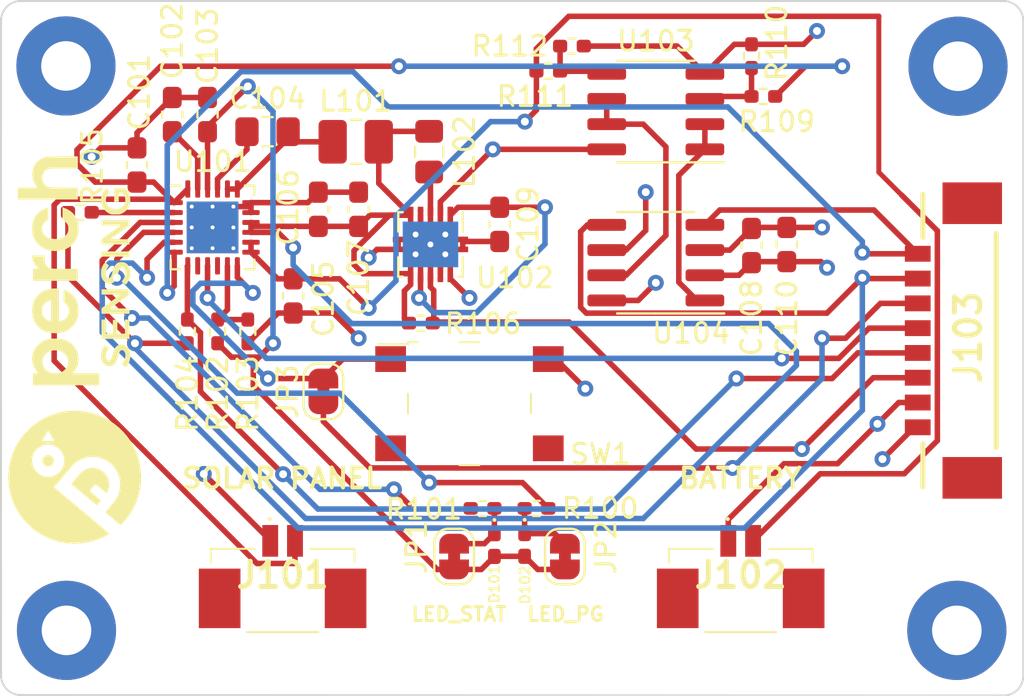
<source format=kicad_pcb>
(kicad_pcb (version 20171130) (host pcbnew "(5.1.10)-1")
  (layers (0 F.Cu signal) (1 GND power hide) (2 5V power hide) (31 B.Cu signal hide) (34 B.Paste user) (35 F.Paste user) (36 B.SilkS user) (37 F.SilkS user) (38 B.Mask user) (39 F.Mask user) (44 Edge.Cuts user))
  (net 0 "")
  (net 1 GND)
  (net 2 V_SOL)
  (net 3 CC_PIMD)
  (net 4 V_REGN)
  (net 5 "Net-(C104-Pad2)")
  (net 6 "Net-(C104-Pad1)")
  (net 7 V_BATT)
  (net 8 CC_PWR_OUT)
  (net 9 +5V)
  (net 10 BOOST_VAUX)
  (net 11 "Net-(D101-Pad1)")
  (net 12 /BOOST_PS)
  (net 13 /~CC_INT)
  (net 14 /~CC_CE)
  (net 15 /~CC_QON)
  (net 16 /CC_SCL)
  (net 17 /CC_SDA)
  (net 18 "Net-(JP3-Pad2)")
  (net 19 "Net-(L102-Pad2)")
  (net 20 /CC_STAT)
  (net 21 /~CC_PG)
  (net 22 /CC_TS)
  (net 23 /CC_PSEL)
  (net 24 "Net-(R109-Pad2)")
  (net 25 "Net-(R111-Pad2)")
  (net 26 "Net-(U101-Pad10)")
  (net 27 "Net-(U101-Pad8)")
  (net 28 /VBatSense)
  (net 29 /VSolSense)
  (net 30 "Net-(D102-Pad1)")
  (module Perch:perch_logo (layer F.Cu) (at 132.3 92.425 90)
    (fp_text reference G*** hide)
    (fp_text value LOGO hide)
  )
  (module MountingHole:MountingHole_2.5mm_Pad (layer F.Cu) (at 131.802 106.688)
    (fp_text reference H104 hide)
    (fp_text value MountingHole_Pad)
    (pad 1 thru_hole circle (at 0 0) (size 5 5) (drill 2.5) (layers *.Cu *.Mask) (net 1 GND))
  )
  (module MountingHole:MountingHole_2.5mm_Pad (layer F.Cu) (at 176.76 78.24)
    (fp_text reference H103 hide)
    (fp_text value MountingHole_Pad)
    (pad 1 thru_hole circle (at 0 0) (size 5 5) (drill 2.5) (layers *.Cu *.Mask) (net 1 GND))
  )
  (module MountingHole:MountingHole_2.5mm_Pad (layer F.Cu) (at 131.775 78.225)
    (fp_text reference H102 hide)
    (fp_text value MountingHole_Pad)
    (pad 1 thru_hole circle (at 0 0) (size 5 5) (drill 2.5) (layers *.Cu *.Mask) (net 1 GND))
  )
  (module MountingHole:MountingHole_2.5mm_Pad (layer F.Cu) (at 176.7 106.688)
    (fp_text reference H101 hide)
    (fp_text value MountingHole_Pad)
    (pad 1 thru_hole circle (at 0 0) (size 5 5) (drill 2.5) (layers *.Cu *.Mask) (net 1 GND))
  )
  (module Package_SO:SOIC-8_3.9x4.9mm_P1.27mm (layer F.Cu) (at 161.52 88.146 180)
    (fp_text reference U104 (at -1.778 -3.556) (layer F.SilkS))
    (fp_text value MCP3422)
    (pad 8 smd roundrect (at 2.475 -1.905 180) (size 1.95 0.6) (layers F.Cu F.Paste F.Mask) (net 1 GND))
    (pad 7 smd roundrect (at 2.475 -0.635 180) (size 1.95 0.6) (layers F.Cu F.Paste F.Mask) (net 28 /VBatSense))
    (pad 6 smd roundrect (at 2.475 0.635 180) (size 1.95 0.6) (layers F.Cu F.Paste F.Mask) (net 1 GND))
    (pad 5 smd roundrect (at 2.475 1.905 180) (size 1.95 0.6) (layers F.Cu F.Paste F.Mask) (net 16 /CC_SCL))
    (pad 4 smd roundrect (at -2.475 1.905 180) (size 1.95 0.6) (layers F.Cu F.Paste F.Mask) (net 17 /CC_SDA))
    (pad 3 smd roundrect (at -2.475 0.635 180) (size 1.95 0.6) (layers F.Cu F.Paste F.Mask) (net 9 +5V))
    (pad 2 smd roundrect (at -2.475 -0.635 180) (size 1.95 0.6) (layers F.Cu F.Paste F.Mask) (net 1 GND))
    (pad 1 smd roundrect (at -2.475 -1.905 180) (size 1.95 0.6) (layers F.Cu F.Paste F.Mask) (net 29 /VSolSense))
  )
  (module Package_SO:SOIC-8_3.9x4.9mm_P1.27mm (layer F.Cu) (at 161.52 80.526 180)
    (fp_text reference U103 (at 0 3.556) (layer F.SilkS))
    (fp_text value LM358)
    (pad 8 smd roundrect (at 2.475 -1.905 180) (size 1.95 0.6) (layers F.Cu F.Paste F.Mask) (net 9 +5V))
    (pad 7 smd roundrect (at 2.475 -0.635 180) (size 1.95 0.6) (layers F.Cu F.Paste F.Mask) (net 28 /VBatSense))
    (pad 6 smd roundrect (at 2.475 0.635 180) (size 1.95 0.6) (layers F.Cu F.Paste F.Mask) (net 28 /VBatSense))
    (pad 5 smd roundrect (at 2.475 1.905 180) (size 1.95 0.6) (layers F.Cu F.Paste F.Mask) (net 25 "Net-(R111-Pad2)"))
    (pad 4 smd roundrect (at -2.475 1.905 180) (size 1.95 0.6) (layers F.Cu F.Paste F.Mask) (net 1 GND))
    (pad 3 smd roundrect (at -2.475 0.635 180) (size 1.95 0.6) (layers F.Cu F.Paste F.Mask) (net 24 "Net-(R109-Pad2)"))
    (pad 2 smd roundrect (at -2.475 -0.635 180) (size 1.95 0.6) (layers F.Cu F.Paste F.Mask) (net 29 /VSolSense))
    (pad 1 smd roundrect (at -2.475 -1.905 180) (size 1.95 0.6) (layers F.Cu F.Paste F.Mask) (net 29 /VSolSense))
  )
  (module Package_SON:Texas_S-PVSON-N10_ThermalVias (layer F.Cu) (at 150.156 87.226 270)
    (fp_text reference U102 (at 1.682 -4.252 180) (layer F.SilkS))
    (fp_text value TPS61202DRC)
    (pad 1 smd oval (at -1.475 -1 270) (size 0.85 0.28) (layers F.Cu F.Paste F.Mask) (net 10 BOOST_VAUX))
    (pad 2 smd oval (at -1.475 -0.5 270) (size 0.85 0.28) (layers F.Cu F.Paste F.Mask) (net 9 +5V))
    (pad 3 smd rect (at -1.76 0 270) (size 0.28 0.28) (layers F.Cu F.Paste F.Mask) (net 19 "Net-(L102-Pad2)"))
    (pad 4 smd oval (at -1.475 0.5 270) (size 0.85 0.28) (layers F.Cu F.Paste F.Mask) (net 1 GND))
    (pad 5 smd rect (at -1.76 1 270) (size 0.28 0.28) (layers F.Cu F.Paste F.Mask) (net 8 CC_PWR_OUT))
    (pad 6 smd oval (at 1.475 1 270) (size 0.85 0.28) (layers F.Cu F.Paste F.Mask) (net 8 CC_PWR_OUT))
    (pad 7 smd oval (at 1.475 0.5 270) (size 0.85 0.28) (layers F.Cu F.Paste F.Mask) (net 10 BOOST_VAUX))
    (pad 8 smd rect (at 1.76 0 270) (size 0.28 0.28) (layers F.Cu F.Paste F.Mask) (net 12 /BOOST_PS))
    (pad 9 smd rect (at 1.76 -0.5 270) (size 0.28 0.28) (layers F.Cu F.Paste F.Mask) (net 1 GND))
    (pad 10 smd rect (at 1.76 -1 270) (size 0.28 0.28) (layers F.Cu F.Paste F.Mask) (net 9 +5V))
    (pad 11 smd rect (at -0.45 -0.635 270) (size 0.68 1.05) (layers F.Cu F.Paste F.Mask) (net 1 GND))
    (pad 11 smd rect (at -0.25 -1.55 270) (size 0.28 0.7) (layers F.Cu F.Mask) (net 1 GND))
    (pad 11 smd rect (at -0.25 -1.63 270) (size 0.26 0.5) (layers F.Cu F.Paste F.Mask) (net 1 GND))
    (pad 11 smd rect (at 0.25 -1.55 270) (size 0.28 0.7) (layers F.Cu F.Mask) (net 1 GND))
    (pad 11 smd rect (at -0.25 1.55 270) (size 0.28 0.7) (layers F.Cu F.Mask) (net 1 GND))
    (pad 11 smd rect (at 0.25 1.55 270) (size 0.28 0.7) (layers F.Cu F.Mask) (net 1 GND))
    (pad 11 smd rect (at 0.25 -1.63 270) (size 0.26 0.5) (layers F.Cu F.Paste F.Mask) (net 1 GND))
    (pad 11 smd rect (at -0.25 1.63 270) (size 0.26 0.5) (layers F.Cu F.Paste F.Mask) (net 1 GND))
    (pad 11 smd rect (at 0.25 1.63 270) (size 0.26 0.5) (layers F.Cu F.Paste F.Mask) (net 1 GND))
    (pad 11 smd rect (at 0.45 -0.635 270) (size 0.68 1.05) (layers F.Cu F.Paste F.Mask) (net 1 GND))
    (pad 11 smd rect (at -0.45 0.635 270) (size 0.68 1.05) (layers F.Cu F.Paste F.Mask) (net 1 GND))
    (pad 11 smd rect (at 0.45 0.635 270) (size 0.68 1.05) (layers F.Cu F.Paste F.Mask) (net 1 GND))
    (pad 11 smd rect (at 0 0 270) (size 1.65 2.4) (layers F.Cu F.Mask) (net 1 GND))
    (pad 1 smd rect (at -1.76 -1 270) (size 0.28 0.28) (layers F.Cu F.Paste F.Mask) (net 10 BOOST_VAUX))
    (pad 2 smd rect (at -1.76 -0.5 270) (size 0.28 0.28) (layers F.Cu F.Paste F.Mask) (net 9 +5V))
    (pad 3 smd oval (at -1.475 0 270) (size 0.85 0.28) (layers F.Cu F.Paste F.Mask) (net 19 "Net-(L102-Pad2)"))
    (pad 4 smd rect (at -1.76 0.5 270) (size 0.28 0.28) (layers F.Cu F.Paste F.Mask) (net 1 GND))
    (pad 5 smd oval (at -1.475 1 270) (size 0.85 0.28) (layers F.Cu F.Paste F.Mask) (net 8 CC_PWR_OUT))
    (pad 6 smd rect (at 1.76 1 270) (size 0.28 0.28) (layers F.Cu F.Paste F.Mask) (net 8 CC_PWR_OUT))
    (pad 7 smd rect (at 1.76 0.5 270) (size 0.28 0.28) (layers F.Cu F.Paste F.Mask) (net 10 BOOST_VAUX))
    (pad 8 smd oval (at 1.475 0 270) (size 0.85 0.28) (layers F.Cu F.Paste F.Mask) (net 12 /BOOST_PS))
    (pad 9 smd oval (at 1.475 -0.5 270) (size 0.85 0.28) (layers F.Cu F.Paste F.Mask) (net 1 GND))
    (pad 10 smd oval (at 1.475 -1 270) (size 0.85 0.28) (layers F.Cu F.Paste F.Mask) (net 9 +5V))
    (pad 11 thru_hole circle (at 0.5 0.75 270) (size 0.6 0.6) (drill 0.3) (layers *.Cu *.Mask) (net 1 GND))
    (pad 11 thru_hole circle (at 0 0 270) (size 0.6 0.6) (drill 0.3) (layers *.Cu *.Mask) (net 1 GND))
    (pad 11 thru_hole circle (at 0.5 -0.75 270) (size 0.6 0.6) (drill 0.3) (layers *.Cu *.Mask) (net 1 GND))
    (pad 11 thru_hole circle (at -0.5 -0.75 270) (size 0.6 0.6) (drill 0.3) (layers *.Cu *.Mask) (net 1 GND))
    (pad 11 thru_hole circle (at -0.5 0.75 270) (size 0.6 0.6) (drill 0.3) (layers *.Cu *.Mask) (net 1 GND))
    (pad 11 smd rect (at 0 0 270) (size 2.3 2.8) (layers B.Cu) (net 1 GND))
  )
  (module Package_DFN_QFN:WQFN-24-1EP_4x4mm_P0.5mm_EP2.6x2.6mm_ThermalVias (layer F.Cu) (at 139.168 86.368)
    (fp_text reference U101 (at 0 -3.32) (layer F.SilkS))
    (fp_text value RT9471GQW)
    (pad 25 smd rect (at 0 0) (size 2.6 2.6) (layers B.Cu) (net 1 GND))
    (pad 25 thru_hole circle (at 1.05 1.05) (size 0.5 0.5) (drill 0.2) (layers *.Cu) (net 1 GND))
    (pad 25 thru_hole circle (at 0 1.05) (size 0.5 0.5) (drill 0.2) (layers *.Cu) (net 1 GND))
    (pad 25 thru_hole circle (at -1.05 1.05) (size 0.5 0.5) (drill 0.2) (layers *.Cu) (net 1 GND))
    (pad 25 thru_hole circle (at 1.05 0) (size 0.5 0.5) (drill 0.2) (layers *.Cu) (net 1 GND))
    (pad 25 thru_hole circle (at 0 0) (size 0.5 0.5) (drill 0.2) (layers *.Cu) (net 1 GND))
    (pad 25 thru_hole circle (at -1.05 0) (size 0.5 0.5) (drill 0.2) (layers *.Cu) (net 1 GND))
    (pad 25 thru_hole circle (at 1.05 -1.05) (size 0.5 0.5) (drill 0.2) (layers *.Cu) (net 1 GND))
    (pad 25 thru_hole circle (at 0 -1.05) (size 0.5 0.5) (drill 0.2) (layers *.Cu) (net 1 GND))
    (pad 25 thru_hole circle (at -1.05 -1.05) (size 0.5 0.5) (drill 0.2) (layers *.Cu) (net 1 GND))
    (pad 25 smd rect (at 0 0) (size 2.6 2.6) (layers F.Cu F.Mask) (net 1 GND))
    (pad 24 smd roundrect (at -1.25 -1.9375) (size 0.25 0.875) (layers F.Cu F.Paste F.Mask) (net 2 V_SOL))
    (pad 23 smd roundrect (at -0.75 -1.9375) (size 0.25 0.875) (layers F.Cu F.Paste F.Mask) (net 3 CC_PIMD))
    (pad 22 smd roundrect (at -0.25 -1.9375) (size 0.25 0.875) (layers F.Cu F.Paste F.Mask) (net 4 V_REGN))
    (pad 21 smd roundrect (at 0.25 -1.9375) (size 0.25 0.875) (layers F.Cu F.Paste F.Mask) (net 6 "Net-(C104-Pad1)"))
    (pad 20 smd roundrect (at 0.75 -1.9375) (size 0.25 0.875) (layers F.Cu F.Paste F.Mask) (net 5 "Net-(C104-Pad2)"))
    (pad 19 smd roundrect (at 1.25 -1.9375) (size 0.25 0.875) (layers F.Cu F.Paste F.Mask) (net 5 "Net-(C104-Pad2)"))
    (pad 18 smd roundrect (at 1.9375 -1.25) (size 0.875 0.25) (layers F.Cu F.Paste F.Mask) (net 1 GND))
    (pad 17 smd roundrect (at 1.9375 -0.75) (size 0.875 0.25) (layers F.Cu F.Paste F.Mask) (net 1 GND))
    (pad 16 smd roundrect (at 1.9375 -0.25) (size 0.875 0.25) (layers F.Cu F.Paste F.Mask) (net 8 CC_PWR_OUT))
    (pad 15 smd roundrect (at 1.9375 0.25) (size 0.875 0.25) (layers F.Cu F.Paste F.Mask) (net 8 CC_PWR_OUT))
    (pad 14 smd roundrect (at 1.9375 0.75) (size 0.875 0.25) (layers F.Cu F.Paste F.Mask) (net 7 V_BATT))
    (pad 13 smd roundrect (at 1.9375 1.25) (size 0.875 0.25) (layers F.Cu F.Paste F.Mask) (net 7 V_BATT))
    (pad 12 smd roundrect (at 1.25 1.9375) (size 0.25 0.875) (layers F.Cu F.Paste F.Mask) (net 18 "Net-(JP3-Pad2)"))
    (pad 11 smd roundrect (at 0.75 1.9375) (size 0.25 0.875) (layers F.Cu F.Paste F.Mask) (net 22 /CC_TS))
    (pad 10 smd roundrect (at 0.25 1.9375) (size 0.25 0.875) (layers F.Cu F.Paste F.Mask) (net 26 "Net-(U101-Pad10)"))
    (pad 9 smd roundrect (at -0.25 1.9375) (size 0.25 0.875) (layers F.Cu F.Paste F.Mask) (net 14 /~CC_CE))
    (pad 8 smd roundrect (at -0.75 1.9375) (size 0.25 0.875) (layers F.Cu F.Paste F.Mask) (net 27 "Net-(U101-Pad8)"))
    (pad 7 smd roundrect (at -1.25 1.9375) (size 0.25 0.875) (layers F.Cu F.Paste F.Mask) (net 13 /~CC_INT))
    (pad 6 smd roundrect (at -1.9375 1.25) (size 0.875 0.25) (layers F.Cu F.Paste F.Mask) (net 17 /CC_SDA))
    (pad 5 smd roundrect (at -1.9375 0.75) (size 0.875 0.25) (layers F.Cu F.Paste F.Mask) (net 16 /CC_SCL))
    (pad 4 smd roundrect (at -1.9375 0.25) (size 0.875 0.25) (layers F.Cu F.Paste F.Mask) (net 20 /CC_STAT))
    (pad 3 smd roundrect (at -1.9375 -0.25) (size 0.875 0.25) (layers F.Cu F.Paste F.Mask) (net 21 /~CC_PG))
    (pad 2 smd roundrect (at -1.9375 -0.75) (size 0.875 0.25) (layers F.Cu F.Paste F.Mask) (net 23 /CC_PSEL))
    (pad 1 smd roundrect (at -1.9375 -1.25) (size 0.875 0.25) (layers F.Cu F.Paste F.Mask) (net 2 V_SOL))
  )
  (module digikey-footprints:Switch_Tactile_SMD_6x6mm_PTS645 (layer F.Cu) (at 152.122 95.258)
    (fp_text reference SW1 (at 6.604 2.54) (layer F.SilkS))
    (fp_text value SW_Push)
    (pad 4 smd rect (at 3.975 2.25) (size 1.55 1.3) (layers F.Cu F.Paste F.Mask))
    (pad 3 smd rect (at -3.975 2.25) (size 1.55 1.3) (layers F.Cu F.Paste F.Mask))
    (pad 2 smd rect (at 3.975 -2.25) (size 1.55 1.3) (layers F.Cu F.Paste F.Mask) (net 1 GND))
    (pad 1 smd rect (at -3.975 -2.25) (size 1.55 1.3) (layers F.Cu F.Paste F.Mask) (net 18 "Net-(JP3-Pad2)"))
  )
  (module Resistor_SMD:R_0402_1005Metric_Pad0.72x0.64mm_HandSolder (layer F.Cu) (at 157.2915 77.224)
    (fp_text reference R112 (at -3.1375 0) (layer F.SilkS))
    (fp_text value 10k)
    (pad 2 smd roundrect (at 0.5975 0) (size 0.715 0.64) (layers F.Cu F.Paste F.Mask) (net 1 GND))
    (pad 1 smd roundrect (at -0.5975 0) (size 0.715 0.64) (layers F.Cu F.Paste F.Mask) (net 25 "Net-(R111-Pad2)"))
  )
  (module Resistor_SMD:R_0402_1005Metric_Pad0.72x0.64mm_HandSolder (layer F.Cu) (at 156.0965 78.494)
    (fp_text reference R111 (at -0.6725 1.27 180) (layer F.SilkS))
    (fp_text value 10k)
    (pad 2 smd roundrect (at 0.5975 0) (size 0.715 0.64) (layers F.Cu F.Paste F.Mask) (net 25 "Net-(R111-Pad2)"))
    (pad 1 smd roundrect (at -0.5975 0) (size 0.715 0.64) (layers F.Cu F.Paste F.Mask) (net 7 V_BATT))
  )
  (module Resistor_SMD:R_0402_1005Metric_Pad0.72x0.64mm_HandSolder (layer F.Cu) (at 166.346 77.732 90)
    (fp_text reference R110 (at 0.6725 1.27 90) (layer F.SilkS))
    (fp_text value 10k)
    (pad 2 smd roundrect (at 0.5975 0 90) (size 0.715 0.64) (layers F.Cu F.Paste F.Mask) (net 1 GND))
    (pad 1 smd roundrect (at -0.5975 0 90) (size 0.715 0.64) (layers F.Cu F.Paste F.Mask) (net 24 "Net-(R109-Pad2)"))
  )
  (module Resistor_SMD:R_0402_1005Metric_Pad0.72x0.64mm_HandSolder (layer F.Cu) (at 166.9435 79.764 180)
    (fp_text reference R109 (at -0.6725 -1.27) (layer F.SilkS))
    (fp_text value 10k)
    (pad 2 smd roundrect (at 0.5975 0 180) (size 0.715 0.64) (layers F.Cu F.Paste F.Mask) (net 24 "Net-(R109-Pad2)"))
    (pad 1 smd roundrect (at -0.5975 0 180) (size 0.715 0.64) (layers F.Cu F.Paste F.Mask) (net 2 V_SOL))
  )
  (module Resistor_SMD:R_0402_1005Metric_Pad0.72x0.64mm_HandSolder (layer F.Cu) (at 149.6715 91.194)
    (fp_text reference R106 (at 3.1375 0.031) (layer F.SilkS))
    (fp_text value 10k)
    (pad 2 smd roundrect (at 0.5975 0) (size 0.715 0.64) (layers F.Cu F.Paste F.Mask) (net 12 /BOOST_PS))
    (pad 1 smd roundrect (at -0.5975 0) (size 0.715 0.64) (layers F.Cu F.Paste F.Mask) (net 8 CC_PWR_OUT))
  )
  (module Resistor_SMD:R_0402_1005Metric_Pad0.72x0.64mm_HandSolder (layer F.Cu) (at 132.4745 85.606)
    (fp_text reference R105 (at 0.6255 -2.306 270) (layer F.SilkS))
    (fp_text value 10k)
    (pad 2 smd roundrect (at 0.5975 0) (size 0.715 0.64) (layers F.Cu F.Paste F.Mask) (net 23 /CC_PSEL))
    (pad 1 smd roundrect (at -0.5975 0) (size 0.715 0.64) (layers F.Cu F.Paste F.Mask) (net 8 CC_PWR_OUT))
  )
  (module Resistor_SMD:R_0402_1005Metric_Pad0.72x0.64mm_HandSolder (layer F.Cu) (at 137.898 91.6125 90)
    (fp_text reference R104 (at -3.1375 0 90) (layer F.SilkS))
    (fp_text value 10k)
    (pad 2 smd roundrect (at 0.5975 0 90) (size 0.715 0.64) (layers F.Cu F.Paste F.Mask) (net 13 /~CC_INT))
    (pad 1 smd roundrect (at -0.5975 0 90) (size 0.715 0.64) (layers F.Cu F.Paste F.Mask) (net 8 CC_PWR_OUT))
  )
  (module Resistor_SMD:R_0402_1005Metric_Pad0.72x0.64mm_HandSolder (layer F.Cu) (at 140.946 91.6125 270)
    (fp_text reference R103 (at 3.1375 0 90) (layer F.SilkS))
    (fp_text value 10k)
    (pad 2 smd roundrect (at 0.5975 0 270) (size 0.715 0.64) (layers F.Cu F.Paste F.Mask) (net 1 GND))
    (pad 1 smd roundrect (at -0.5975 0 270) (size 0.715 0.64) (layers F.Cu F.Paste F.Mask) (net 22 /CC_TS))
  )
  (module Resistor_SMD:R_0402_1005Metric_Pad0.72x0.64mm_HandSolder (layer F.Cu) (at 139.422 91.6125 90)
    (fp_text reference R102 (at -3.1375 0 90) (layer F.SilkS))
    (fp_text value 10k)
    (pad 2 smd roundrect (at 0.5975 0 90) (size 0.715 0.64) (layers F.Cu F.Paste F.Mask) (net 22 /CC_TS))
    (pad 1 smd roundrect (at -0.5975 0 90) (size 0.715 0.64) (layers F.Cu F.Paste F.Mask) (net 4 V_REGN))
  )
  (module Resistor_SMD:R_0402_1005Metric_Pad0.72x0.64mm_HandSolder (layer F.Cu) (at 152.7825 100.538 180)
    (fp_text reference R101 (at 2.9575 -0.037 180) (layer F.SilkS))
    (fp_text value 2.2k)
    (pad 2 smd roundrect (at 0.5975 0 180) (size 0.715 0.64) (layers F.Cu F.Paste F.Mask) (net 21 /~CC_PG))
    (pad 1 smd roundrect (at -0.5975 0 180) (size 0.715 0.64) (layers F.Cu F.Paste F.Mask) (net 11 "Net-(D101-Pad1)"))
  )
  (module Resistor_SMD:R_0402_1005Metric_Pad0.72x0.64mm_HandSolder (layer F.Cu) (at 155.5015 100.538)
    (fp_text reference R100 (at 3.2125 0 180) (layer F.SilkS))
    (fp_text value 2.2k)
    (pad 2 smd roundrect (at 0.5975 0) (size 0.715 0.64) (layers F.Cu F.Paste F.Mask) (net 20 /CC_STAT))
    (pad 1 smd roundrect (at -0.5975 0) (size 0.715 0.64) (layers F.Cu F.Paste F.Mask) (net 30 "Net-(D102-Pad1)"))
  )
  (module Inductor_SMD:L_0805_2012Metric_Pad1.15x1.40mm_HandSolder (layer F.Cu) (at 150.09 82.549 270)
    (fp_text reference L102 (at 0.009 -1.778 270) (layer F.SilkS))
    (fp_text value 2.2uH)
    (pad 2 smd roundrect (at 1.025 0 270) (size 1.15 1.4) (layers F.Cu F.Paste F.Mask) (roundrect_rratio 0.217391) (net 19 "Net-(L102-Pad2)"))
    (pad 1 smd roundrect (at -1.025 0 270) (size 1.15 1.4) (layers F.Cu F.Paste F.Mask) (roundrect_rratio 0.217391) (net 8 CC_PWR_OUT))
  )
  (module Inductor_SMD:L_1008_2520Metric_Pad1.43x2.20mm_HandSolder (layer F.Cu) (at 146.3875 82.05)
    (fp_text reference L101 (at 0 -2.05) (layer F.SilkS))
    (fp_text value 1uH)
    (pad 2 smd roundrect (at 1.1625 0) (size 1.425 2.2) (layers F.Cu F.Paste F.Mask) (roundrect_rratio 0.175439) (net 8 CC_PWR_OUT))
    (pad 1 smd roundrect (at -1.1625 0) (size 1.425 2.2) (layers F.Cu F.Paste F.Mask) (roundrect_rratio 0.175439) (net 5 "Net-(C104-Pad2)"))
  )
  (module Jumper:SolderJumper-2_P1.3mm_Bridged_RoundedPad1.0x1.5mm (layer F.Cu) (at 144.756 94.638 90)
    (fp_text reference JP3 (at 0 -1.8 90) (layer F.SilkS))
    (fp_text value SolderJumper_2_Bridged)
    (fp_poly (pts (xy 0.25 -0.3) (xy -0.25 -0.3) (xy -0.25 0.3) (xy 0.25 0.3)) (layer F.Cu) (width 0))
    (pad 1 smd custom (at -0.65 0 90) (size 1 0.5) (layers F.Cu F.Mask) (net 15 /~CC_QON) (options (clearance outline) (anchor rect)) (primitives (gr_circle (center 0 0.25) (end 0.5 0.25) (width 0)) (gr_circle (center 0 -0.25) (end 0.5 -0.25) (width 0)) (gr_poly (pts (xy 0 -0.75) (xy 0.5 -0.75) (xy 0.5 0.75) (xy 0 0.75)) (width 0))))
    (pad 2 smd custom (at 0.65 0 90) (size 1 0.5) (layers F.Cu F.Mask) (net 18 "Net-(JP3-Pad2)") (options (clearance outline) (anchor rect)) (primitives (gr_circle (center 0 0.25) (end 0.5 0.25) (width 0)) (gr_circle (center 0 -0.25) (end 0.5 -0.25) (width 0)) (gr_poly (pts (xy 0 -0.75) (xy -0.5 -0.75) (xy -0.5 0.75) (xy 0 0.75)) (width 0))))
  )
  (module Jumper:SolderJumper-2_P1.3mm_Bridged_RoundedPad1.0x1.5mm (layer F.Cu) (at 156.936 102.966 90)
    (fp_text reference JP2 (at 0.466 2.064 270) (layer F.SilkS))
    (fp_text value SolderJumper_2_Bridged)
    (fp_poly (pts (xy 0.25 -0.3) (xy -0.25 -0.3) (xy -0.25 0.3) (xy 0.25 0.3)) (layer F.Cu) (width 0))
    (pad 1 smd custom (at -0.65 0 90) (size 1 0.5) (layers F.Cu F.Mask) (net 4 V_REGN) (options (clearance outline) (anchor rect)) (primitives (gr_circle (center 0 0.25) (end 0.5 0.25) (width 0)) (gr_circle (center 0 -0.25) (end 0.5 -0.25) (width 0)) (gr_poly (pts (xy 0 -0.75) (xy 0.5 -0.75) (xy 0.5 0.75) (xy 0 0.75)) (width 0))))
    (pad 2 smd custom (at 0.65 0 90) (size 1 0.5) (layers F.Cu F.Mask) (net 30 "Net-(D102-Pad1)") (options (clearance outline) (anchor rect)) (primitives (gr_circle (center 0 0.25) (end 0.5 0.25) (width 0)) (gr_circle (center 0 -0.25) (end 0.5 -0.25) (width 0)) (gr_poly (pts (xy 0 -0.75) (xy -0.5 -0.75) (xy -0.5 0.75) (xy 0 0.75)) (width 0))))
  )
  (module Jumper:SolderJumper-2_P1.3mm_Bridged_RoundedPad1.0x1.5mm (layer F.Cu) (at 151.348 102.966 90)
    (fp_text reference JP1 (at 0.466 -1.898 90) (layer F.SilkS))
    (fp_text value SolderJumper_2_Bridged)
    (fp_poly (pts (xy 0.25 -0.3) (xy -0.25 -0.3) (xy -0.25 0.3) (xy 0.25 0.3)) (layer F.Cu) (width 0))
    (pad 1 smd custom (at -0.65 0 90) (size 1 0.5) (layers F.Cu F.Mask) (net 4 V_REGN) (options (clearance outline) (anchor rect)) (primitives (gr_circle (center 0 0.25) (end 0.5 0.25) (width 0)) (gr_circle (center 0 -0.25) (end 0.5 -0.25) (width 0)) (gr_poly (pts (xy 0 -0.75) (xy 0.5 -0.75) (xy 0.5 0.75) (xy 0 0.75)) (width 0))))
    (pad 2 smd custom (at 0.65 0 90) (size 1 0.5) (layers F.Cu F.Mask) (net 11 "Net-(D101-Pad1)") (options (clearance outline) (anchor rect)) (primitives (gr_circle (center 0 0.25) (end 0.5 0.25) (width 0)) (gr_circle (center 0 -0.25) (end 0.5 -0.25) (width 0)) (gr_poly (pts (xy 0 -0.75) (xy -0.5 -0.75) (xy -0.5 0.75) (xy 0 0.75)) (width 0))))
  )
  (module Perch:53398-0871_Molex (layer F.Cu) (at 174.986 92.073 90)
    (fp_text reference J103 (at 0.152 2.287 90) (layer F.SilkS) (effects (font (size 1.27 1.27) (thickness 0.254))))
    (fp_text value 53398-0871 hide)
    (pad 1 smd rect (at -4.375 -0.258 90) (size 0.8 1.3) (layers F.Cu F.Paste F.Mask) (net 9 +5V))
    (pad 2 smd rect (at -3.125 -0.258 90) (size 0.8 1.3) (layers F.Cu F.Paste F.Mask) (net 1 GND))
    (pad 3 smd rect (at -1.875 -0.258 90) (size 0.8 1.3) (layers F.Cu F.Paste F.Mask) (net 12 /BOOST_PS))
    (pad 4 smd rect (at -0.625 -0.258 90) (size 0.8 1.3) (layers F.Cu F.Paste F.Mask) (net 13 /~CC_INT))
    (pad 5 smd rect (at 0.625 -0.258 90) (size 0.8 1.3) (layers F.Cu F.Paste F.Mask) (net 14 /~CC_CE))
    (pad 6 smd rect (at 1.875 -0.258 90) (size 0.8 1.3) (layers F.Cu F.Paste F.Mask) (net 15 /~CC_QON))
    (pad 7 smd rect (at 3.125 -0.258 90) (size 0.8 1.3) (layers F.Cu F.Paste F.Mask) (net 16 /CC_SCL))
    (pad 8 smd rect (at 4.375 -0.258 90) (size 0.8 1.3) (layers F.Cu F.Paste F.Mask) (net 17 /CC_SDA))
    (pad 9 smd rect (at -6.925 2.492 90) (size 2.1 3) (layers F.Cu F.Paste F.Mask))
    (pad 10 smd rect (at 6.925 2.492 90) (size 2.1 3) (layers F.Cu F.Paste F.Mask))
  )
  (module Perch:532610271_Molex (layer F.Cu) (at 165.8 104.475 180)
    (fp_text reference J102 (at 0 0.575) (layer F.SilkS) (effects (font (size 1.27 1.27) (thickness 0.254))))
    (fp_text value 533980271_Molex hide)
    (pad 1 smd rect (at 0.625 2.3 180) (size 0.8 1.6) (layers F.Cu F.Paste F.Mask) (net 1 GND))
    (pad 2 smd rect (at -0.625 2.3 180) (size 0.8 1.6) (layers F.Cu F.Paste F.Mask) (net 7 V_BATT))
    (pad MP1 smd rect (at 3.175 -0.6 180) (size 2.1 3) (layers F.Cu F.Paste F.Mask))
    (pad MP2 smd rect (at -3.175 -0.6 180) (size 2.1 3) (layers F.Cu F.Paste F.Mask))
  )
  (module Perch:532610271_Molex (layer F.Cu) (at 142.7 104.475 180)
    (fp_text reference J101 (at 0 0.575) (layer F.SilkS) (effects (font (size 1.27 1.27) (thickness 0.254))))
    (fp_text value 533980271_Molex hide)
    (pad 1 smd rect (at 0.625 2.3 180) (size 0.8 1.6) (layers F.Cu F.Paste F.Mask) (net 1 GND))
    (pad 2 smd rect (at -0.625 2.3 180) (size 0.8 1.6) (layers F.Cu F.Paste F.Mask) (net 2 V_SOL))
    (pad MP1 smd rect (at 3.175 -0.6 180) (size 2.1 3) (layers F.Cu F.Paste F.Mask))
    (pad MP2 smd rect (at -3.175 -0.6 180) (size 2.1 3) (layers F.Cu F.Paste F.Mask))
  )
  (module LED_SMD:LED_0402_1005Metric_Pad0.77x0.64mm_HandSolder (layer F.Cu) (at 153.38 102.386 270)
    (fp_text reference D101 (at 1.964 0.005 270) (layer F.SilkS) (effects (font (size 0.5 0.5) (thickness 0.1))))
    (fp_text value LED_Red)
    (pad 2 smd roundrect (at 0.5725 0 270) (size 0.765 0.64) (layers F.Cu F.Paste F.Mask) (net 4 V_REGN))
    (pad 1 smd roundrect (at -0.5725 0 270) (size 0.765 0.64) (layers F.Cu F.Paste F.Mask) (net 11 "Net-(D101-Pad1)"))
  )
  (module LED_SMD:LED_0402_1005Metric_Pad0.77x0.64mm_HandSolder (layer F.Cu) (at 154.904 102.3805 270)
    (fp_text reference D102 (at 2.0195 -0.021 270) (layer F.SilkS) (effects (font (size 0.5 0.5) (thickness 0.1))))
    (fp_text value LED_Green)
    (pad 2 smd roundrect (at 0.5725 0 270) (size 0.765 0.64) (layers F.Cu F.Paste F.Mask) (net 4 V_REGN))
    (pad 1 smd roundrect (at -0.5725 0 270) (size 0.765 0.64) (layers F.Cu F.Paste F.Mask) (net 30 "Net-(D102-Pad1)"))
  )
  (module Capacitor_SMD:C_0603_1608Metric_Pad1.08x0.95mm_HandSolder (layer F.Cu) (at 168.124 87.2305 270)
    (fp_text reference C110 (at 3.7095 0 90) (layer F.SilkS))
    (fp_text value 0.1uF)
    (pad 2 smd roundrect (at 0.8625 0 270) (size 1.075 0.95) (layers F.Cu F.Paste F.Mask) (net 1 GND))
    (pad 1 smd roundrect (at -0.8625 0 270) (size 1.075 0.95) (layers F.Cu F.Paste F.Mask) (net 9 +5V))
  )
  (module Capacitor_SMD:C_0603_1608Metric_Pad1.08x0.95mm_HandSolder (layer F.Cu) (at 153.646 86.2145 270)
    (fp_text reference C109 (at 0 -1.43 90) (layer F.SilkS))
    (fp_text value 0.1uF)
    (pad 2 smd roundrect (at 0.8625 0 270) (size 1.075 0.95) (layers F.Cu F.Paste F.Mask) (net 1 GND))
    (pad 1 smd roundrect (at -0.8625 0 270) (size 1.075 0.95) (layers F.Cu F.Paste F.Mask) (net 10 BOOST_VAUX))
  )
  (module Capacitor_SMD:C_0603_1608Metric_Pad1.08x0.95mm_HandSolder (layer F.Cu) (at 166.346 87.2835 270)
    (fp_text reference C108 (at 3.6565 0 90) (layer F.SilkS))
    (fp_text value 10uF)
    (pad 2 smd roundrect (at 0.8625 0 270) (size 1.075 0.95) (layers F.Cu F.Paste F.Mask) (net 1 GND))
    (pad 1 smd roundrect (at -0.8625 0 270) (size 1.075 0.95) (layers F.Cu F.Paste F.Mask) (net 9 +5V))
  )
  (module Capacitor_SMD:C_0603_1608Metric_Pad1.08x0.95mm_HandSolder (layer F.Cu) (at 146.534 85.4525 90)
    (fp_text reference C107 (at -3.4555 0 270) (layer F.SilkS))
    (fp_text value 10uF)
    (pad 2 smd roundrect (at 0.8625 0 90) (size 1.075 0.95) (layers F.Cu F.Paste F.Mask) (net 1 GND))
    (pad 1 smd roundrect (at -0.8625 0 90) (size 1.075 0.95) (layers F.Cu F.Paste F.Mask) (net 8 CC_PWR_OUT))
  )
  (module Capacitor_SMD:C_0603_1608Metric_Pad1.08x0.95mm_HandSolder (layer F.Cu) (at 144.502 85.4525 90)
    (fp_text reference C106 (at 0.1005 -1.524 270) (layer F.SilkS))
    (fp_text value 10uF)
    (pad 2 smd roundrect (at 0.8625 0 90) (size 1.075 0.95) (layers F.Cu F.Paste F.Mask) (net 1 GND))
    (pad 1 smd roundrect (at -0.8625 0 90) (size 1.075 0.95) (layers F.Cu F.Paste F.Mask) (net 8 CC_PWR_OUT))
  )
  (module Capacitor_SMD:C_0603_1608Metric_Pad1.08x0.95mm_HandSolder (layer F.Cu) (at 143.232 89.8235 270)
    (fp_text reference C105 (at 0.1535 -1.524 90) (layer F.SilkS))
    (fp_text value 10uF)
    (pad 2 smd roundrect (at 0.8625 0 270) (size 1.075 0.95) (layers F.Cu F.Paste F.Mask) (net 1 GND))
    (pad 1 smd roundrect (at -0.8625 0 270) (size 1.075 0.95) (layers F.Cu F.Paste F.Mask) (net 7 V_BATT))
  )
  (module Capacitor_SMD:C_0805_2012Metric_Pad1.18x1.45mm_HandSolder (layer F.Cu) (at 141.9405 81.542)
    (fp_text reference C104 (at 0 -1.68) (layer F.SilkS))
    (fp_text value 47nF)
    (pad 2 smd roundrect (at 1.0375 0) (size 1.175 1.45) (layers F.Cu F.Paste F.Mask) (roundrect_rratio 0.212766) (net 5 "Net-(C104-Pad2)"))
    (pad 1 smd roundrect (at -1.0375 0) (size 1.175 1.45) (layers F.Cu F.Paste F.Mask) (roundrect_rratio 0.212766) (net 6 "Net-(C104-Pad1)"))
  )
  (module Capacitor_SMD:C_0603_1608Metric_Pad1.08x0.95mm_HandSolder (layer F.Cu) (at 138.914 80.6795 90)
    (fp_text reference C103 (at 3.4555 0 90) (layer F.SilkS))
    (fp_text value 4.7uF)
    (pad 2 smd roundrect (at 0.8625 0 90) (size 1.075 0.95) (layers F.Cu F.Paste F.Mask) (net 1 GND))
    (pad 1 smd roundrect (at -0.8625 0 90) (size 1.075 0.95) (layers F.Cu F.Paste F.Mask) (net 4 V_REGN))
  )
  (module Capacitor_SMD:C_0603_1608Metric_Pad1.08x0.95mm_HandSolder (layer F.Cu) (at 137.136 80.6795 90)
    (fp_text reference C102 (at 3.7095 0 90) (layer F.SilkS))
    (fp_text value 10uF)
    (pad 2 smd roundrect (at 0.8625 0 90) (size 1.075 0.95) (layers F.Cu F.Paste F.Mask) (net 1 GND))
    (pad 1 smd roundrect (at -0.8625 0 90) (size 1.075 0.95) (layers F.Cu F.Paste F.Mask) (net 3 CC_PIMD))
  )
  (module Capacitor_SMD:C_0603_1608Metric_Pad1.08x0.95mm_HandSolder (layer F.Cu) (at 135.358 83.2195 90)
    (fp_text reference C101 (at 3.6695 0.117 90) (layer F.SilkS))
    (fp_text value 1uF)
    (pad 2 smd roundrect (at 0.8625 0 90) (size 1.075 0.95) (layers F.Cu F.Paste F.Mask) (net 1 GND))
    (pad 1 smd roundrect (at -0.8625 0 90) (size 1.075 0.95) (layers F.Cu F.Paste F.Mask) (net 2 V_SOL))
  )
  (gr_text "LED_PG\n" (at 156.975 105.875) (layer F.SilkS) (effects (font (size 0.7 0.7))))
  (gr_text LED_STAT (at 151.6 105.875) (layer F.SilkS) (effects (font (size 0.7 0.7))))
  (gr_text "BATTERY\n" (at 165.775 99.025) (layer F.SilkS) (effects (font (size 1 1) (thickness 0.2))))
  (gr_text "SOLAR PANEL" (at 142.675 99.025) (layer F.SilkS) (effects (font (size 1 1) (thickness 0.2))))
  (gr_arc (start 129.5 108.95) (end 128.5 108.95) (angle -90) (layer Edge.Cuts) (width 0.1))
  (gr_arc (start 129.5 75.95) (end 129.45 74.95) (angle -87.13759477) (layer Edge.Cuts) (width 0.1))
  (gr_arc (start 179.05 108.975) (end 179.05 109.975) (angle -88.56790382) (layer Edge.Cuts) (width 0.1))
  (gr_arc (start 179.05 75.95) (end 180.05 75.95) (angle -88.56791527) (layer Edge.Cuts) (width 0.1))
  (gr_line (start 180.05 75.95) (end 180.05 109) (layer Edge.Cuts) (width 0.1))
  (gr_line (start 129.45 74.95) (end 179.075 74.95) (layer Edge.Cuts) (width 0.1))
  (gr_line (start 128.5 108.95) (end 128.498751 75.95) (layer Edge.Cuts) (width 0.1))
  (gr_line (start 179.05 109.975) (end 129.5 109.95) (layer Edge.Cuts) (width 0.1))
  (segment (start 174.728 95.198) (end 173.772 95.198) (width 0.2794) (layer F.Cu) (net 1))
  (via (at 172.696 96.274) (size 0.8) (drill 0.4) (layers F.Cu B.Cu) (net 1))
  (segment (start 173.772 95.198) (end 172.696 96.274) (width 0.2794) (layer F.Cu) (net 1))
  (via (at 157.964 94.496) (size 0.8) (drill 0.4) (layers F.Cu B.Cu) (net 1))
  (segment (start 156.476 93.008) (end 157.964 94.496) (width 0.2794) (layer F.Cu) (net 1))
  (segment (start 156.097 93.008) (end 156.476 93.008) (width 0.2794) (layer F.Cu) (net 1))
  (segment (start 166.399 88.093) (end 166.346 88.146) (width 0.2794) (layer F.Cu) (net 1))
  (segment (start 168.124 88.093) (end 166.399 88.093) (width 0.2794) (layer F.Cu) (net 1))
  (segment (start 165.711 88.781) (end 163.995 88.781) (width 0.2794) (layer F.Cu) (net 1))
  (segment (start 166.346 88.146) (end 165.711 88.781) (width 0.2794) (layer F.Cu) (net 1))
  (segment (start 165.4815 77.1345) (end 163.995 78.621) (width 0.2794) (layer F.Cu) (net 1))
  (segment (start 166.346 77.1345) (end 165.4815 77.1345) (width 0.2794) (layer F.Cu) (net 1))
  (segment (start 162.598 77.224) (end 163.995 78.621) (width 0.2794) (layer F.Cu) (net 1))
  (segment (start 157.889 77.224) (end 162.598 77.224) (width 0.2794) (layer F.Cu) (net 1))
  (segment (start 146.534 84.59) (end 144.502 84.59) (width 0.2794) (layer F.Cu) (net 1))
  (segment (start 148.526 86.976) (end 148.526 87.476) (width 0.2794) (layer F.Cu) (net 1))
  (segment (start 151.887 87.077) (end 151.786 86.976) (width 0.2794) (layer F.Cu) (net 1))
  (segment (start 153.646 87.077) (end 151.887 87.077) (width 0.2794) (layer F.Cu) (net 1))
  (segment (start 151.786 86.976) (end 151.786 87.476) (width 0.2794) (layer F.Cu) (net 1))
  (segment (start 163.597444 88.781) (end 163.995 88.781) (width 0.2794) (layer F.Cu) (net 1))
  (segment (start 142.47 90.686) (end 140.946 92.21) (width 0.2794) (layer F.Cu) (net 1))
  (segment (start 143.232 90.686) (end 142.47 90.686) (width 0.2794) (layer F.Cu) (net 1))
  (segment (start 138.914 79.817) (end 137.136 79.817) (width 0.2794) (layer F.Cu) (net 1))
  (segment (start 135.358 81.595) (end 137.136 79.817) (width 0.2794) (layer F.Cu) (net 1))
  (segment (start 135.358 82.357) (end 135.358 81.595) (width 0.2794) (layer F.Cu) (net 1))
  (via (at 133.072 82.812) (size 0.8) (drill 0.4) (layers F.Cu B.Cu) (net 1))
  (segment (start 133.527 82.357) (end 133.072 82.812) (width 0.2794) (layer F.Cu) (net 1))
  (segment (start 135.358 82.357) (end 133.527 82.357) (width 0.2794) (layer F.Cu) (net 1))
  (via (at 170.156 88.4) (size 0.8) (drill 0.4) (layers F.Cu B.Cu) (net 1))
  (segment (start 169.849 88.093) (end 170.156 88.4) (width 0.2794) (layer F.Cu) (net 1))
  (segment (start 168.124 88.093) (end 169.849 88.093) (width 0.2794) (layer F.Cu) (net 1))
  (via (at 169.648 76.462) (size 0.8) (drill 0.4) (layers F.Cu B.Cu) (net 1))
  (segment (start 168.9755 77.1345) (end 169.648 76.462) (width 0.2794) (layer F.Cu) (net 1))
  (segment (start 166.346 77.1345) (end 168.9755 77.1345) (width 0.2794) (layer F.Cu) (net 1))
  (segment (start 141.1055 85.618) (end 141.1055 85.118) (width 0.2794) (layer F.Cu) (net 1))
  (segment (start 143.974 85.118) (end 144.502 84.59) (width 0.2794) (layer F.Cu) (net 1))
  (segment (start 141.1055 85.118) (end 143.974 85.118) (width 0.2794) (layer F.Cu) (net 1))
  (via (at 147.042 87.892) (size 0.8) (drill 0.4) (layers F.Cu B.Cu) (net 1))
  (segment (start 147.458 87.476) (end 147.042 87.892) (width 0.2794) (layer F.Cu) (net 1))
  (segment (start 148.526 87.476) (end 147.458 87.476) (width 0.2794) (layer F.Cu) (net 1))
  (segment (start 140.9055 85.318) (end 140.218 85.318) (width 0.2794) (layer F.Cu) (net 1))
  (segment (start 141.1055 85.118) (end 140.9055 85.318) (width 0.2794) (layer F.Cu) (net 1))
  (segment (start 150.656 87.976) (end 150.906 87.726) (width 0.2794) (layer F.Cu) (net 1))
  (segment (start 150.656 88.701) (end 150.656 87.976) (width 0.2794) (layer F.Cu) (net 1))
  (segment (start 149.656 86.476) (end 149.656 85.751) (width 0.2794) (layer F.Cu) (net 1))
  (segment (start 149.406 86.726) (end 149.656 86.476) (width 0.2794) (layer F.Cu) (net 1))
  (via (at 161.52 89.162) (size 0.8) (drill 0.4) (layers F.Cu B.Cu) (net 1))
  (segment (start 160.631 90.051) (end 161.52 89.162) (width 0.2794) (layer F.Cu) (net 1))
  (segment (start 159.045 90.051) (end 160.631 90.051) (width 0.2794) (layer F.Cu) (net 1))
  (via (at 161.012 84.59) (size 0.8) (drill 0.4) (layers F.Cu B.Cu) (net 1))
  (segment (start 161.012 86.519) (end 161.012 84.59) (width 0.2794) (layer F.Cu) (net 1))
  (segment (start 160.02 87.511) (end 161.012 86.519) (width 0.2794) (layer F.Cu) (net 1))
  (segment (start 159.045 87.511) (end 160.02 87.511) (width 0.2794) (layer F.Cu) (net 1))
  (via (at 146.534 91.956) (size 0.8) (drill 0.4) (layers F.Cu B.Cu) (net 1))
  (segment (start 145.264 90.686) (end 146.534 91.956) (width 0.2794) (layer F.Cu) (net 1))
  (segment (start 143.232 90.686) (end 145.264 90.686) (width 0.2794) (layer F.Cu) (net 1))
  (segment (start 151.156 86.976) (end 150.906 86.726) (width 0.25) (layer F.Cu) (net 1))
  (segment (start 151.786 86.976) (end 151.156 86.976) (width 0.25) (layer F.Cu) (net 1))
  (segment (start 170.686299 98.283701) (end 172.696 96.274) (width 0.2794) (layer F.Cu) (net 1))
  (segment (start 167.986899 98.283701) (end 170.686299 98.283701) (width 0.2794) (layer F.Cu) (net 1))
  (segment (start 165.175 101.0956) (end 167.986899 98.283701) (width 0.2794) (layer F.Cu) (net 1))
  (segment (start 165.175 102.175) (end 165.175 101.0956) (width 0.2794) (layer F.Cu) (net 1))
  (via (at 138.725 98.8) (size 0.8) (drill 0.4) (layers F.Cu B.Cu) (net 1))
  (segment (start 142.075 102.15) (end 138.725 98.8) (width 0.2794) (layer F.Cu) (net 1))
  (segment (start 142.075 102.175) (end 142.075 102.15) (width 0.2794) (layer F.Cu) (net 1))
  (segment (start 136.1945 84.082) (end 137.2305 85.118) (width 0.2794) (layer F.Cu) (net 2))
  (segment (start 135.358 84.082) (end 136.1945 84.082) (width 0.2794) (layer F.Cu) (net 2))
  (segment (start 137.918 84.4305) (end 137.2305 85.118) (width 0.2794) (layer F.Cu) (net 2))
  (segment (start 131.472512 84.94629) (end 131.17979 85.239012) (width 0.2794) (layer F.Cu) (net 2))
  (segment (start 137.05879 84.94629) (end 131.472512 84.94629) (width 0.2794) (layer F.Cu) (net 2))
  (segment (start 137.2305 85.118) (end 137.05879 84.94629) (width 0.2794) (layer F.Cu) (net 2))
  (via (at 148.566 78.24) (size 0.8) (drill 0.4) (layers F.Cu B.Cu) (net 2))
  (segment (start 132.332299 82.456943) (end 136.549242 78.24) (width 0.2794) (layer F.Cu) (net 2))
  (segment (start 132.332299 83.167057) (end 132.332299 82.456943) (width 0.2794) (layer F.Cu) (net 2))
  (segment (start 136.549242 78.24) (end 148.566 78.24) (width 0.2794) (layer F.Cu) (net 2))
  (segment (start 133.247242 84.082) (end 132.332299 83.167057) (width 0.2794) (layer F.Cu) (net 2))
  (segment (start 135.358 84.082) (end 133.247242 84.082) (width 0.2794) (layer F.Cu) (net 2))
  (via (at 170.918 78.24) (size 0.8) (drill 0.4) (layers F.Cu B.Cu) (net 2))
  (segment (start 148.566 78.24) (end 170.918 78.24) (width 0.2794) (layer B.Cu) (net 2))
  (segment (start 169.065 78.24) (end 167.541 79.764) (width 0.2794) (layer F.Cu) (net 2))
  (segment (start 170.918 78.24) (end 169.065 78.24) (width 0.2794) (layer F.Cu) (net 2))
  (segment (start 131.17979 93.091252) (end 131.17979 85.239012) (width 0.2794) (layer F.Cu) (net 2))
  (segment (start 141.403239 103.314701) (end 131.17979 93.091252) (width 0.2794) (layer F.Cu) (net 2))
  (segment (start 143.264699 103.314701) (end 141.403239 103.314701) (width 0.2794) (layer F.Cu) (net 2))
  (segment (start 143.325 103.2544) (end 143.264699 103.314701) (width 0.2794) (layer F.Cu) (net 2))
  (segment (start 143.325 102.175) (end 143.325 103.2544) (width 0.2794) (layer F.Cu) (net 2))
  (segment (start 138.418 82.824) (end 137.136 81.542) (width 0.2794) (layer F.Cu) (net 3))
  (segment (start 138.418 84.4305) (end 138.418 82.824) (width 0.2794) (layer F.Cu) (net 3))
  (segment (start 155.567 103.616) (end 154.904 102.953) (width 0.2794) (layer F.Cu) (net 4))
  (segment (start 156.936 103.616) (end 155.567 103.616) (width 0.2794) (layer F.Cu) (net 4))
  (segment (start 153.3855 102.953) (end 153.38 102.9585) (width 0.2794) (layer F.Cu) (net 4))
  (segment (start 154.904 102.953) (end 153.3855 102.953) (width 0.2794) (layer F.Cu) (net 4))
  (segment (start 152.7225 103.616) (end 153.38 102.9585) (width 0.2794) (layer F.Cu) (net 4))
  (segment (start 138.914 84.4265) (end 138.918 84.4305) (width 0.2794) (layer F.Cu) (net 4))
  (segment (start 138.914 81.542) (end 138.914 84.4265) (width 0.2794) (layer F.Cu) (net 4))
  (segment (start 141.51879 92.90721) (end 142.216 92.21) (width 0.2794) (layer F.Cu) (net 4))
  (via (at 142.216 92.21) (size 0.8) (drill 0.4) (layers F.Cu B.Cu) (net 4))
  (segment (start 140.11921 92.90721) (end 141.51879 92.90721) (width 0.2794) (layer F.Cu) (net 4))
  (segment (start 139.422 92.21) (end 140.11921 92.90721) (width 0.2794) (layer F.Cu) (net 4))
  (via (at 140.946 79.256) (size 0.8) (drill 0.4) (layers F.Cu B.Cu) (net 4))
  (segment (start 142.216 80.526) (end 140.946 79.256) (width 0.2794) (layer B.Cu) (net 4))
  (segment (start 142.216 92.21) (end 142.216 80.526) (width 0.2794) (layer B.Cu) (net 4))
  (segment (start 138.914 81.288) (end 138.914 81.542) (width 0.2794) (layer F.Cu) (net 4))
  (segment (start 140.946 79.256) (end 138.914 81.288) (width 0.2794) (layer F.Cu) (net 4))
  (segment (start 152.7225 103.616) (end 151.348 103.616) (width 0.2794) (layer F.Cu) (net 4))
  (segment (start 141.222299 93.203701) (end 142.216 92.21) (width 0.2794) (layer F.Cu) (net 4))
  (segment (start 141.222299 94.343057) (end 141.222299 93.203701) (width 0.2794) (layer F.Cu) (net 4))
  (segment (start 150.495242 103.616) (end 141.222299 94.343057) (width 0.2794) (layer F.Cu) (net 4))
  (segment (start 151.348 103.616) (end 150.495242 103.616) (width 0.2794) (layer F.Cu) (net 4))
  (segment (start 143.486 82.05) (end 142.978 81.542) (width 0.2794) (layer F.Cu) (net 5))
  (segment (start 145.225 82.05) (end 143.486 82.05) (width 0.2794) (layer F.Cu) (net 5))
  (segment (start 139.918 84.4305) (end 140.418 84.4305) (width 0.2794) (layer F.Cu) (net 5))
  (segment (start 142.978 81.8705) (end 142.978 81.542) (width 0.2794) (layer F.Cu) (net 5))
  (segment (start 140.418 84.4305) (end 142.978 81.8705) (width 0.2794) (layer F.Cu) (net 5))
  (segment (start 140.903 82.439188) (end 140.903 81.542) (width 0.2794) (layer F.Cu) (net 6))
  (segment (start 139.418 83.924188) (end 140.903 82.439188) (width 0.2794) (layer F.Cu) (net 6))
  (segment (start 139.418 84.4305) (end 139.418 83.924188) (width 0.2794) (layer F.Cu) (net 6))
  (segment (start 142.4485 88.961) (end 141.1055 87.618) (width 0.2794) (layer F.Cu) (net 7))
  (segment (start 143.232 88.961) (end 142.4485 88.961) (width 0.2794) (layer F.Cu) (net 7))
  (segment (start 141.1055 87.118) (end 141.1055 87.618) (width 0.2794) (layer F.Cu) (net 7))
  (segment (start 157.131503 75.722299) (end 155.499 77.354802) (width 0.2794) (layer F.Cu) (net 7))
  (segment (start 172.765655 75.722299) (end 157.131503 75.722299) (width 0.2794) (layer F.Cu) (net 7))
  (segment (start 155.499 77.354802) (end 155.499 78.494) (width 0.2794) (layer F.Cu) (net 7))
  (segment (start 175.717701 86.537701) (end 173.920299 84.740299) (width 0.2794) (layer F.Cu) (net 7))
  (segment (start 175.717701 97.119761) (end 175.717701 86.537701) (width 0.2794) (layer F.Cu) (net 7))
  (via (at 154.916 81.034) (size 0.8) (drill 0.4) (layers F.Cu B.Cu) (net 7))
  (segment (start 155.499 80.451) (end 154.916 81.034) (width 0.2794) (layer F.Cu) (net 7))
  (segment (start 155.499 78.494) (end 155.499 80.451) (width 0.2794) (layer F.Cu) (net 7))
  (via (at 147.042 90.432) (size 0.8) (drill 0.4) (layers F.Cu B.Cu) (net 7))
  (segment (start 148.416299 89.057701) (end 147.042 90.432) (width 0.2794) (layer B.Cu) (net 7))
  (segment (start 148.416299 85.804239) (end 148.416299 89.057701) (width 0.2794) (layer B.Cu) (net 7))
  (segment (start 153.186538 81.034) (end 148.416299 85.804239) (width 0.2794) (layer B.Cu) (net 7))
  (segment (start 154.916 81.034) (end 153.186538 81.034) (width 0.2794) (layer B.Cu) (net 7))
  (segment (start 145.571 88.961) (end 143.232 88.961) (width 0.2794) (layer F.Cu) (net 7))
  (segment (start 147.042 90.432) (end 145.571 88.961) (width 0.2794) (layer F.Cu) (net 7))
  (segment (start 172.765655 83.585655) (end 173.920299 84.740299) (width 0.25) (layer F.Cu) (net 7))
  (segment (start 172.765655 75.722299) (end 172.765655 83.585655) (width 0.25) (layer F.Cu) (net 7))
  (segment (start 169.808299 98.791701) (end 166.425 102.175) (width 0.2794) (layer F.Cu) (net 7))
  (segment (start 174.045761 98.791701) (end 169.808299 98.791701) (width 0.2794) (layer F.Cu) (net 7))
  (segment (start 175.717701 97.119761) (end 174.045761 98.791701) (width 0.2794) (layer F.Cu) (net 7))
  (segment (start 144.502 86.315) (end 146.534 86.315) (width 0.2794) (layer F.Cu) (net 8))
  (segment (start 148.076 81.524) (end 147.55 82.05) (width 0.2794) (layer F.Cu) (net 8))
  (segment (start 150.09 81.524) (end 148.076 81.524) (width 0.2794) (layer F.Cu) (net 8))
  (segment (start 147.55 84.145) (end 147.55 82.05) (width 0.2794) (layer F.Cu) (net 8))
  (segment (start 149.156 85.751) (end 147.55 84.145) (width 0.2794) (layer F.Cu) (net 8))
  (segment (start 141.3025 86.315) (end 141.1055 86.118) (width 0.2794) (layer F.Cu) (net 8))
  (segment (start 144.502 86.315) (end 141.3025 86.315) (width 0.2794) (layer F.Cu) (net 8))
  (segment (start 141.1055 86.118) (end 141.1055 86.618) (width 0.2794) (layer F.Cu) (net 8))
  (segment (start 147.098 85.751) (end 149.156 85.751) (width 0.2794) (layer F.Cu) (net 8))
  (segment (start 146.534 86.315) (end 147.098 85.751) (width 0.2794) (layer F.Cu) (net 8))
  (segment (start 148.842299 90.962299) (end 149.074 91.194) (width 0.2794) (layer F.Cu) (net 8))
  (segment (start 148.842299 89.568943) (end 148.842299 90.962299) (width 0.2794) (layer F.Cu) (net 8))
  (segment (start 149.156 89.255242) (end 148.842299 89.568943) (width 0.2794) (layer F.Cu) (net 8))
  (segment (start 149.156 88.701) (end 149.156 89.255242) (width 0.2794) (layer F.Cu) (net 8))
  (segment (start 135.254 92.21) (end 137.898 92.21) (width 0.2794) (layer F.Cu) (net 8))
  (segment (start 131.877 88.833) (end 135.254 92.21) (width 0.2794) (layer F.Cu) (net 8))
  (segment (start 131.877 85.606) (end 131.877 88.833) (width 0.2794) (layer F.Cu) (net 8))
  (segment (start 146.302299 87.536943) (end 148.088242 85.751) (width 0.2794) (layer F.Cu) (net 8))
  (segment (start 148.088242 85.751) (end 149.156 85.751) (width 0.2794) (layer F.Cu) (net 8))
  (segment (start 146.302299 88.247057) (end 146.302299 87.536943) (width 0.2794) (layer F.Cu) (net 8))
  (segment (start 146.756242 88.701) (end 146.302299 88.247057) (width 0.2794) (layer F.Cu) (net 8))
  (segment (start 149.156 88.701) (end 146.756242 88.701) (width 0.2794) (layer F.Cu) (net 8))
  (via (at 143.232 87.384) (size 0.8) (drill 0.4) (layers F.Cu B.Cu) (net 8))
  (segment (start 142.466 86.618) (end 143.232 87.384) (width 0.2794) (layer F.Cu) (net 8))
  (segment (start 141.1055 86.618) (end 142.466 86.618) (width 0.2794) (layer F.Cu) (net 8))
  (via (at 135.254 92.21) (size 0.8) (drill 0.4) (layers F.Cu B.Cu) (net 8))
  (segment (start 135.254 92.438758) (end 135.254 92.21) (width 0.2794) (layer B.Cu) (net 8))
  (segment (start 160.887648 101.04911) (end 143.864352 101.04911) (width 0.2794) (layer B.Cu) (net 8))
  (segment (start 167.209057 91.216299) (end 168.609701 92.616943) (width 0.2794) (layer B.Cu) (net 8))
  (segment (start 168.609701 93.327057) (end 160.887648 101.04911) (width 0.2794) (layer B.Cu) (net 8))
  (segment (start 146.178943 91.216299) (end 167.209057 91.216299) (width 0.2794) (layer B.Cu) (net 8))
  (segment (start 143.864352 101.04911) (end 135.254 92.438758) (width 0.2794) (layer B.Cu) (net 8))
  (segment (start 168.609701 92.616943) (end 168.609701 93.327057) (width 0.2794) (layer B.Cu) (net 8))
  (segment (start 143.232 88.269356) (end 146.178943 91.216299) (width 0.2794) (layer B.Cu) (net 8))
  (segment (start 143.232 87.384) (end 143.232 88.269356) (width 0.2794) (layer B.Cu) (net 8))
  (segment (start 166.399 86.368) (end 166.346 86.421) (width 0.2794) (layer F.Cu) (net 9))
  (segment (start 168.124 86.368) (end 166.399 86.368) (width 0.2794) (layer F.Cu) (net 9))
  (segment (start 165.256 87.511) (end 163.995 87.511) (width 0.2794) (layer F.Cu) (net 9))
  (segment (start 166.346 86.421) (end 165.256 87.511) (width 0.2794) (layer F.Cu) (net 9))
  (via (at 169.902 86.368) (size 0.8) (drill 0.4) (layers F.Cu B.Cu) (net 9))
  (segment (start 168.124 86.368) (end 169.902 86.368) (width 0.2794) (layer F.Cu) (net 9))
  (via (at 172.95 98.052) (size 0.8) (drill 0.4) (layers F.Cu B.Cu) (net 9))
  (segment (start 174.554 96.448) (end 172.95 98.052) (width 0.2794) (layer F.Cu) (net 9))
  (segment (start 174.728 96.448) (end 174.554 96.448) (width 0.2794) (layer F.Cu) (net 9))
  (segment (start 153.299538 82.431) (end 159.045 82.431) (width 0.2794) (layer F.Cu) (net 9))
  (segment (start 150.656 85.074538) (end 153.299538 82.431) (width 0.2794) (layer F.Cu) (net 9))
  (segment (start 150.656 85.751) (end 150.656 85.074538) (width 0.2794) (layer F.Cu) (net 9))
  (via (at 153.299538 82.431) (size 0.8) (drill 0.4) (layers F.Cu B.Cu) (net 9))
  (via (at 152.122 89.924) (size 0.8) (drill 0.4) (layers F.Cu B.Cu) (net 9))
  (segment (start 151.156 88.958) (end 152.122 89.924) (width 0.2794) (layer F.Cu) (net 9))
  (segment (start 151.156 88.701) (end 151.156 88.958) (width 0.2794) (layer F.Cu) (net 9))
  (segment (start 151.555 85.352) (end 151.156 85.751) (width 0.2794) (layer F.Cu) (net 10))
  (segment (start 153.646 85.352) (end 151.555 85.352) (width 0.2794) (layer F.Cu) (net 10))
  (via (at 149.582 89.924) (size 0.8) (drill 0.4) (layers F.Cu B.Cu) (net 10))
  (segment (start 149.656 89.85) (end 149.582 89.924) (width 0.2794) (layer F.Cu) (net 10))
  (segment (start 149.656 88.701) (end 149.656 89.85) (width 0.2794) (layer F.Cu) (net 10))
  (segment (start 155.932 87.208758) (end 155.932 85.352) (width 0.2794) (layer B.Cu) (net 10))
  (via (at 155.932 85.352) (size 0.8) (drill 0.4) (layers F.Cu B.Cu) (net 10))
  (segment (start 152.477057 90.663701) (end 155.932 87.208758) (width 0.2794) (layer B.Cu) (net 10))
  (segment (start 150.321701 90.663701) (end 152.477057 90.663701) (width 0.2794) (layer B.Cu) (net 10))
  (segment (start 149.582 89.924) (end 150.321701 90.663701) (width 0.2794) (layer B.Cu) (net 10))
  (segment (start 155.932 85.352) (end 153.646 85.352) (width 0.2794) (layer F.Cu) (net 10))
  (segment (start 152.8775 102.316) (end 153.38 101.8135) (width 0.2794) (layer F.Cu) (net 11))
  (segment (start 151.348 102.316) (end 152.8775 102.316) (width 0.2794) (layer F.Cu) (net 11))
  (segment (start 153.38 101.8135) (end 153.38 100.538) (width 0.2794) (layer F.Cu) (net 11))
  (segment (start 150.156 89.377462) (end 150.156 88.701) (width 0.2794) (layer F.Cu) (net 12))
  (segment (start 150.321701 89.543163) (end 150.156 89.377462) (width 0.2794) (layer F.Cu) (net 12))
  (segment (start 150.321701 91.141299) (end 150.321701 89.543163) (width 0.2794) (layer F.Cu) (net 12))
  (via (at 168.886 97.544) (size 0.8) (drill 0.4) (layers F.Cu B.Cu) (net 12))
  (segment (start 172.482 93.948) (end 168.886 97.544) (width 0.2794) (layer F.Cu) (net 12))
  (segment (start 174.728 93.948) (end 172.482 93.948) (width 0.2794) (layer F.Cu) (net 12))
  (segment (start 163.552 97.544) (end 168.886 97.544) (width 0.2794) (layer F.Cu) (net 12))
  (segment (start 157.149299 91.141299) (end 163.552 97.544) (width 0.2794) (layer F.Cu) (net 12))
  (segment (start 150.321701 91.141299) (end 157.149299 91.141299) (width 0.2794) (layer F.Cu) (net 12))
  (segment (start 150.269 91.194) (end 150.321701 91.141299) (width 0.2794) (layer F.Cu) (net 12))
  (segment (start 137.898 88.3255) (end 137.918 88.3055) (width 0.2794) (layer F.Cu) (net 13))
  (segment (start 137.898 91.015) (end 137.898 88.3255) (width 0.2794) (layer F.Cu) (net 13))
  (via (at 142.724 98.814) (size 0.8) (drill 0.4) (layers F.Cu B.Cu) (net 13))
  (segment (start 138.55771 94.64771) (end 142.724 98.814) (width 0.2794) (layer F.Cu) (net 13))
  (segment (start 138.55771 91.67471) (end 138.55771 94.64771) (width 0.2794) (layer F.Cu) (net 13))
  (segment (start 137.898 91.015) (end 138.55771 91.67471) (width 0.2794) (layer F.Cu) (net 13))
  (via (at 165.584 93.988) (size 0.8) (drill 0.4) (layers F.Cu B.Cu) (net 13))
  (segment (start 170.411964 93.988) (end 165.584 93.988) (width 0.2794) (layer F.Cu) (net 13))
  (segment (start 171.701964 92.698) (end 170.411964 93.988) (width 0.2794) (layer F.Cu) (net 13))
  (segment (start 174.728 92.698) (end 171.701964 92.698) (width 0.2794) (layer F.Cu) (net 13))
  (segment (start 159.002299 100.569701) (end 165.584 93.988) (width 0.2794) (layer B.Cu) (net 13))
  (segment (start 144.479701 100.569701) (end 159.002299 100.569701) (width 0.2794) (layer B.Cu) (net 13))
  (segment (start 142.724 98.814) (end 144.479701 100.569701) (width 0.2794) (layer B.Cu) (net 13))
  (via (at 167.87 92.972) (size 0.8) (drill 0.4) (layers F.Cu B.Cu) (net 14))
  (segment (start 170.749976 92.972) (end 167.87 92.972) (width 0.2794) (layer F.Cu) (net 14))
  (segment (start 172.273976 91.448) (end 170.749976 92.972) (width 0.2794) (layer F.Cu) (net 14))
  (segment (start 174.728 91.448) (end 172.273976 91.448) (width 0.2794) (layer F.Cu) (net 14))
  (via (at 138.914 89.924) (size 0.8) (drill 0.4) (layers F.Cu B.Cu) (net 14))
  (segment (start 138.914 90.002758) (end 138.914 89.924) (width 0.2794) (layer B.Cu) (net 14))
  (segment (start 141.883242 92.972) (end 138.914 90.002758) (width 0.2794) (layer B.Cu) (net 14))
  (segment (start 167.87 92.972) (end 141.883242 92.972) (width 0.2794) (layer B.Cu) (net 14))
  (segment (start 138.914 88.3095) (end 138.918 88.3055) (width 0.2794) (layer F.Cu) (net 14))
  (segment (start 138.914 89.924) (end 138.914 88.3095) (width 0.2794) (layer F.Cu) (net 14))
  (segment (start 147.100239 98.497701) (end 165.392299 98.497701) (width 0.2794) (layer F.Cu) (net 15))
  (segment (start 144.756 96.153462) (end 147.100239 98.497701) (width 0.2794) (layer F.Cu) (net 15))
  (segment (start 144.756 95.288) (end 144.756 96.153462) (width 0.2794) (layer F.Cu) (net 15))
  (via (at 165.392299 98.497701) (size 0.8) (drill 0.4) (layers F.Cu B.Cu) (net 15))
  (via (at 169.902 91.956) (size 0.8) (drill 0.4) (layers F.Cu B.Cu) (net 15))
  (segment (start 171.087988 91.956) (end 169.902 91.956) (width 0.2794) (layer F.Cu) (net 15))
  (segment (start 172.845988 90.198) (end 171.087988 91.956) (width 0.2794) (layer F.Cu) (net 15))
  (segment (start 174.728 90.198) (end 172.845988 90.198) (width 0.2794) (layer F.Cu) (net 15))
  (segment (start 169.902 93.988) (end 169.902 91.956) (width 0.2794) (layer B.Cu) (net 15))
  (segment (start 165.392299 98.497701) (end 169.902 93.988) (width 0.2794) (layer B.Cu) (net 15))
  (segment (start 157.73029 90.403846) (end 158.017154 90.69071) (width 0.2794) (layer F.Cu) (net 16))
  (segment (start 157.73029 86.58071) (end 157.73029 90.403846) (width 0.2794) (layer F.Cu) (net 16))
  (segment (start 158.07 86.241) (end 157.73029 86.58071) (width 0.2794) (layer F.Cu) (net 16))
  (segment (start 159.045 86.241) (end 158.07 86.241) (width 0.2794) (layer F.Cu) (net 16))
  (via (at 135.866 88.908) (size 0.8) (drill 0.4) (layers F.Cu B.Cu) (net 16))
  (segment (start 135.866 87.976188) (end 135.866 88.908) (width 0.2794) (layer F.Cu) (net 16))
  (segment (start 136.724188 87.118) (end 135.866 87.976188) (width 0.2794) (layer F.Cu) (net 16))
  (segment (start 137.2305 87.118) (end 136.724188 87.118) (width 0.2794) (layer F.Cu) (net 16))
  (segment (start 165.996239 101.528519) (end 171.934 95.590758) (width 0.2794) (layer B.Cu) (net 16))
  (segment (start 143.477761 101.528519) (end 165.996239 101.528519) (width 0.2794) (layer B.Cu) (net 16))
  (segment (start 133.602299 91.653057) (end 143.477761 101.528519) (width 0.2794) (layer B.Cu) (net 16))
  (segment (start 133.602299 88.552943) (end 133.602299 91.653057) (width 0.2794) (layer B.Cu) (net 16))
  (segment (start 133.986943 88.168299) (end 133.602299 88.552943) (width 0.2794) (layer B.Cu) (net 16))
  (segment (start 135.126299 88.168299) (end 133.986943 88.168299) (width 0.2794) (layer B.Cu) (net 16))
  (segment (start 135.866 88.908) (end 135.126299 88.168299) (width 0.2794) (layer B.Cu) (net 16))
  (via (at 171.934 88.908) (size 0.8) (drill 0.4) (layers F.Cu B.Cu) (net 16))
  (segment (start 171.934 95.590758) (end 171.934 88.908) (width 0.2794) (layer B.Cu) (net 16))
  (segment (start 171.974 88.948) (end 171.934 88.908) (width 0.2794) (layer F.Cu) (net 16))
  (segment (start 174.728 88.948) (end 171.974 88.948) (width 0.2794) (layer F.Cu) (net 16))
  (segment (start 170.15129 90.69071) (end 158.017154 90.69071) (width 0.2794) (layer F.Cu) (net 16))
  (segment (start 171.934 88.908) (end 170.15129 90.69071) (width 0.2794) (layer F.Cu) (net 16))
  (segment (start 172.52079 85.49079) (end 174.728 87.698) (width 0.2794) (layer F.Cu) (net 17))
  (segment (start 164.74521 85.49079) (end 172.52079 85.49079) (width 0.2794) (layer F.Cu) (net 17))
  (segment (start 163.995 86.241) (end 164.74521 85.49079) (width 0.2794) (layer F.Cu) (net 17))
  (via (at 136.882 89.67) (size 0.8) (drill 0.4) (layers F.Cu B.Cu) (net 17))
  (segment (start 137.2305 89.3215) (end 136.882 89.67) (width 0.2794) (layer F.Cu) (net 17))
  (segment (start 137.2305 87.618) (end 137.2305 89.3215) (width 0.2794) (layer F.Cu) (net 17))
  (via (at 171.934 87.638) (size 0.8) (drill 0.4) (layers F.Cu B.Cu) (net 17))
  (segment (start 171.994 87.698) (end 171.934 87.638) (width 0.2794) (layer F.Cu) (net 17))
  (segment (start 174.728 87.698) (end 171.994 87.698) (width 0.2794) (layer F.Cu) (net 17))
  (segment (start 136.882 82.225242) (end 136.882 89.67) (width 0.2794) (layer B.Cu) (net 17))
  (segment (start 146.257701 78.516299) (end 140.590943 78.516299) (width 0.2794) (layer B.Cu) (net 17))
  (segment (start 140.590943 78.516299) (end 136.882 82.225242) (width 0.2794) (layer B.Cu) (net 17))
  (segment (start 148.035701 80.294299) (end 146.257701 78.516299) (width 0.2794) (layer B.Cu) (net 17))
  (segment (start 165.155984 80.294299) (end 148.035701 80.294299) (width 0.2794) (layer B.Cu) (net 17))
  (segment (start 171.934 87.072315) (end 165.155984 80.294299) (width 0.2794) (layer B.Cu) (net 17))
  (segment (start 171.934 87.638) (end 171.934 87.072315) (width 0.2794) (layer B.Cu) (net 17))
  (segment (start 145.736 93.008) (end 144.756 93.988) (width 0.2794) (layer F.Cu) (net 18))
  (segment (start 148.147 93.008) (end 145.736 93.008) (width 0.2794) (layer F.Cu) (net 18))
  (segment (start 140.418 88.888) (end 141.2 89.67) (width 0.2794) (layer F.Cu) (net 18))
  (via (at 141.2 89.67) (size 0.8) (drill 0.4) (layers F.Cu B.Cu) (net 18))
  (segment (start 140.418 88.3055) (end 140.418 88.888) (width 0.2794) (layer F.Cu) (net 18))
  (segment (start 141.883242 93.988) (end 141.962 93.988) (width 0.2794) (layer B.Cu) (net 18))
  (segment (start 138.174299 90.279057) (end 141.883242 93.988) (width 0.2794) (layer B.Cu) (net 18))
  (segment (start 138.174299 89.568943) (end 138.174299 90.279057) (width 0.2794) (layer B.Cu) (net 18))
  (segment (start 138.558943 89.184299) (end 138.174299 89.568943) (width 0.2794) (layer B.Cu) (net 18))
  (via (at 141.962 93.988) (size 0.8) (drill 0.4) (layers F.Cu B.Cu) (net 18))
  (segment (start 140.714299 89.184299) (end 138.558943 89.184299) (width 0.2794) (layer B.Cu) (net 18))
  (segment (start 141.2 89.67) (end 140.714299 89.184299) (width 0.2794) (layer B.Cu) (net 18))
  (segment (start 141.962 93.988) (end 144.756 93.988) (width 0.2794) (layer F.Cu) (net 18))
  (segment (start 150.156 83.64) (end 150.156 85.751) (width 0.2794) (layer F.Cu) (net 19))
  (segment (start 150.09 83.574) (end 150.156 83.64) (width 0.2794) (layer F.Cu) (net 19))
  (segment (start 135.694758 86.618) (end 134.342 87.970758) (width 0.2794) (layer F.Cu) (net 20))
  (segment (start 137.2305 86.618) (end 135.694758 86.618) (width 0.2794) (layer F.Cu) (net 20))
  (via (at 134.342 88.908) (size 0.8) (drill 0.4) (layers F.Cu B.Cu) (net 20))
  (segment (start 134.342 87.970758) (end 134.342 88.908) (width 0.2794) (layer F.Cu) (net 20))
  (via (at 150.09 99.237401) (size 0.8) (drill 0.4) (layers F.Cu B.Cu) (net 20))
  (segment (start 134.590746 88.908) (end 134.342 88.908) (width 0.2794) (layer B.Cu) (net 20))
  (segment (start 140.410447 94.727701) (end 134.590746 88.908) (width 0.2794) (layer B.Cu) (net 20))
  (segment (start 145.5803 94.727701) (end 140.410447 94.727701) (width 0.2794) (layer B.Cu) (net 20))
  (segment (start 150.09 99.237401) (end 145.5803 94.727701) (width 0.2794) (layer B.Cu) (net 20))
  (segment (start 154.798401 99.237401) (end 156.099 100.538) (width 0.2794) (layer F.Cu) (net 20))
  (segment (start 150.09 99.237401) (end 154.798401 99.237401) (width 0.2794) (layer F.Cu) (net 20))
  (segment (start 133.602299 89.438299) (end 135.104 90.94) (width 0.2794) (layer F.Cu) (net 21))
  (segment (start 133.602299 88.032471) (end 133.602299 89.438299) (width 0.2794) (layer F.Cu) (net 21))
  (via (at 135.104 90.94) (size 0.8) (drill 0.4) (layers F.Cu B.Cu) (net 21))
  (segment (start 135.51677 86.118) (end 133.602299 88.032471) (width 0.2794) (layer F.Cu) (net 21))
  (segment (start 137.2305 86.118) (end 135.51677 86.118) (width 0.2794) (layer F.Cu) (net 21))
  (segment (start 135.944758 90.94) (end 144.580758 99.576) (width 0.2794) (layer B.Cu) (net 21))
  (segment (start 135.104 90.94) (end 135.944758 90.94) (width 0.2794) (layer B.Cu) (net 21))
  (via (at 148.312 99.576) (size 0.8) (drill 0.4) (layers F.Cu B.Cu) (net 21))
  (segment (start 144.580758 99.576) (end 148.312 99.576) (width 0.2794) (layer B.Cu) (net 21))
  (segment (start 148.312 99.576) (end 149.074 100.338) (width 0.2794) (layer F.Cu) (net 21))
  (segment (start 139.918 90.519) (end 139.422 91.015) (width 0.2794) (layer F.Cu) (net 22))
  (segment (start 139.918 88.3055) (end 139.918 90.519) (width 0.2794) (layer F.Cu) (net 22))
  (segment (start 139.422 91.015) (end 140.946 91.015) (width 0.2794) (layer F.Cu) (net 22))
  (segment (start 133.084 85.618) (end 133.072 85.606) (width 0.2794) (layer F.Cu) (net 23))
  (segment (start 137.2305 85.618) (end 133.084 85.618) (width 0.2794) (layer F.Cu) (net 23))
  (segment (start 166.346 79.764) (end 166.346 78.3295) (width 0.2794) (layer F.Cu) (net 24))
  (segment (start 164.122 79.764) (end 163.995 79.891) (width 0.2794) (layer F.Cu) (net 24))
  (segment (start 166.346 79.764) (end 164.122 79.764) (width 0.2794) (layer F.Cu) (net 24))
  (segment (start 156.694 77.224) (end 156.694 78.494) (width 0.2794) (layer F.Cu) (net 25))
  (segment (start 158.918 78.494) (end 159.045 78.621) (width 0.2794) (layer F.Cu) (net 25))
  (segment (start 156.694 78.494) (end 158.918 78.494) (width 0.2794) (layer F.Cu) (net 25))
  (segment (start 159.045 79.891) (end 159.045 81.161) (width 0.2794) (layer F.Cu) (net 28))
  (segment (start 159.045 81.161) (end 160.885 81.161) (width 0.2794) (layer F.Cu) (net 28))
  (segment (start 160.885 81.161) (end 162.028 82.304) (width 0.2794) (layer F.Cu) (net 28))
  (segment (start 160.02 88.781) (end 159.045 88.781) (width 0.2794) (layer F.Cu) (net 28))
  (segment (start 162.028 86.773) (end 160.02 88.781) (width 0.2794) (layer F.Cu) (net 28))
  (segment (start 162.028 82.304) (end 162.028 86.773) (width 0.2794) (layer F.Cu) (net 28))
  (segment (start 163.995 81.161) (end 163.995 82.431) (width 0.2794) (layer F.Cu) (net 29))
  (segment (start 163.597444 90.051) (end 163.995 90.051) (width 0.2794) (layer F.Cu) (net 29))
  (segment (start 162.68029 89.133846) (end 163.597444 90.051) (width 0.2794) (layer F.Cu) (net 29))
  (segment (start 162.68029 83.74571) (end 162.68029 89.133846) (width 0.2794) (layer F.Cu) (net 29))
  (segment (start 163.995 82.431) (end 162.68029 83.74571) (width 0.2794) (layer F.Cu) (net 29))
  (segment (start 156.428 101.808) (end 156.936 102.316) (width 0.2794) (layer F.Cu) (net 30))
  (segment (start 154.904 101.808) (end 156.428 101.808) (width 0.2794) (layer F.Cu) (net 30))
  (segment (start 154.904 101.808) (end 154.904 100.538) (width 0.2794) (layer F.Cu) (net 30))
)
</source>
